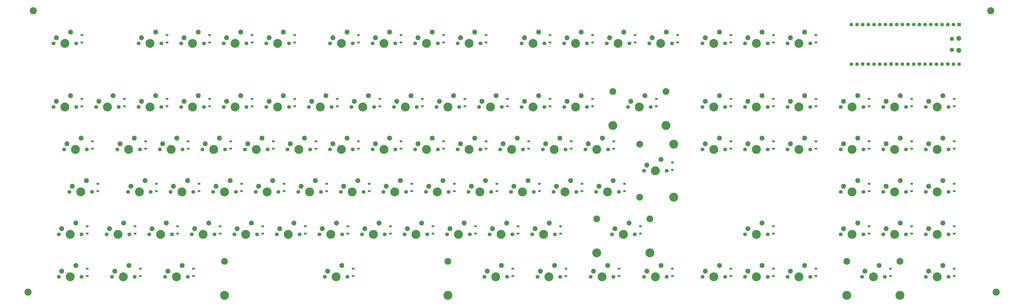
<source format=gbr>
%TF.GenerationSoftware,KiCad,Pcbnew,9.0.6*%
%TF.CreationDate,2026-01-11T11:58:47+00:00*%
%TF.ProjectId,keebv3,6b656562-7633-42e6-9b69-6361645f7063,rev?*%
%TF.SameCoordinates,Original*%
%TF.FileFunction,Soldermask,Bot*%
%TF.FilePolarity,Negative*%
%FSLAX46Y46*%
G04 Gerber Fmt 4.6, Leading zero omitted, Abs format (unit mm)*
G04 Created by KiCad (PCBNEW 9.0.6) date 2026-01-11 11:58:47*
%MOMM*%
%LPD*%
G01*
G04 APERTURE LIST*
G04 Aperture macros list*
%AMRoundRect*
0 Rectangle with rounded corners*
0 $1 Rounding radius*
0 $2 $3 $4 $5 $6 $7 $8 $9 X,Y pos of 4 corners*
0 Add a 4 corners polygon primitive as box body*
4,1,4,$2,$3,$4,$5,$6,$7,$8,$9,$2,$3,0*
0 Add four circle primitives for the rounded corners*
1,1,$1+$1,$2,$3*
1,1,$1+$1,$4,$5*
1,1,$1+$1,$6,$7*
1,1,$1+$1,$8,$9*
0 Add four rect primitives between the rounded corners*
20,1,$1+$1,$2,$3,$4,$5,0*
20,1,$1+$1,$4,$5,$6,$7,0*
20,1,$1+$1,$6,$7,$8,$9,0*
20,1,$1+$1,$8,$9,$2,$3,0*%
%AMFreePoly0*
4,1,37,0.603843,0.796157,0.639018,0.796157,0.711114,0.766294,0.766294,0.711114,0.796157,0.639018,0.796157,0.603843,0.800000,0.600000,0.800000,-0.600000,0.796157,-0.603843,0.796157,-0.639018,0.766294,-0.711114,0.711114,-0.766294,0.639018,-0.796157,0.603843,-0.796157,0.600000,-0.800000,0.000000,-0.800000,0.000000,-0.796148,-0.078414,-0.796148,-0.232228,-0.765552,-0.377117,-0.705537,
-0.507515,-0.618408,-0.618408,-0.507515,-0.705537,-0.377117,-0.765552,-0.232228,-0.796148,-0.078414,-0.796148,0.078414,-0.765552,0.232228,-0.705537,0.377117,-0.618408,0.507515,-0.507515,0.618408,-0.377117,0.705537,-0.232228,0.765552,-0.078414,0.796148,0.000000,0.796148,0.000000,0.800000,0.600000,0.800000,0.603843,0.796157,0.603843,0.796157,$1*%
%AMFreePoly1*
4,1,37,0.000000,0.796148,0.078414,0.796148,0.232228,0.765552,0.377117,0.705537,0.507515,0.618408,0.618408,0.507515,0.705537,0.377117,0.765552,0.232228,0.796148,0.078414,0.796148,-0.078414,0.765552,-0.232228,0.705537,-0.377117,0.618408,-0.507515,0.507515,-0.618408,0.377117,-0.705537,0.232228,-0.765552,0.078414,-0.796148,0.000000,-0.796148,0.000000,-0.800000,-0.600000,-0.800000,
-0.603843,-0.796157,-0.639018,-0.796157,-0.711114,-0.766294,-0.766294,-0.711114,-0.796157,-0.639018,-0.796157,-0.603843,-0.800000,-0.600000,-0.800000,0.600000,-0.796157,0.603843,-0.796157,0.639018,-0.766294,0.711114,-0.711114,0.766294,-0.639018,0.796157,-0.603843,0.796157,-0.600000,0.800000,0.000000,0.800000,0.000000,0.796148,0.000000,0.796148,$1*%
G04 Aperture macros list end*
%ADD10C,1.700000*%
%ADD11C,4.000000*%
%ADD12C,2.200000*%
%ADD13C,3.200000*%
%ADD14C,1.850000*%
%ADD15RoundRect,0.200000X-0.600000X0.600000X-0.600000X-0.600000X0.600000X-0.600000X0.600000X0.600000X0*%
%ADD16C,1.600000*%
%ADD17FreePoly0,270.000000*%
%ADD18FreePoly1,270.000000*%
%ADD19C,3.050000*%
%ADD20RoundRect,0.225000X0.375000X-0.225000X0.375000X0.225000X-0.375000X0.225000X-0.375000X-0.225000X0*%
G04 APERTURE END LIST*
D10*
%TO.C,MX29*%
X259080000Y-71755000D03*
D11*
X264160000Y-71755000D03*
D10*
X269240000Y-71755000D03*
D12*
X266700000Y-66675000D03*
X260350000Y-69215000D03*
%TD*%
D10*
%TO.C,MX10*%
X240030000Y-43180000D03*
D11*
X245110000Y-43180000D03*
D10*
X250190000Y-43180000D03*
D12*
X247650000Y-38100000D03*
X241300000Y-40640000D03*
%TD*%
D10*
%TO.C,MX39*%
X78105000Y-90805000D03*
D11*
X83185000Y-90805000D03*
D10*
X88265000Y-90805000D03*
D12*
X85725000Y-85725000D03*
X79375000Y-88265000D03*
%TD*%
D10*
%TO.C,MX31*%
X320992500Y-71755000D03*
D11*
X326072500Y-71755000D03*
D10*
X331152500Y-71755000D03*
D12*
X328612500Y-66675000D03*
X322262500Y-69215000D03*
%TD*%
D10*
%TO.C,MX72*%
X421005000Y-109855000D03*
D11*
X426085000Y-109855000D03*
D10*
X431165000Y-109855000D03*
D12*
X428625000Y-104775000D03*
X422275000Y-107315000D03*
%TD*%
D13*
%TO.C,H2*%
X21431250Y-28575000D03*
%TD*%
D10*
%TO.C,MX15*%
X340042500Y-43180000D03*
D11*
X345122500Y-43180000D03*
D10*
X350202500Y-43180000D03*
D12*
X347662500Y-38100000D03*
X341312500Y-40640000D03*
%TD*%
D10*
%TO.C,MX48*%
X249555000Y-90805000D03*
D11*
X254635000Y-90805000D03*
D10*
X259715000Y-90805000D03*
D12*
X257175000Y-85725000D03*
X250825000Y-88265000D03*
%TD*%
D10*
%TO.C,MX40*%
X97155000Y-90805000D03*
D11*
X102235000Y-90805000D03*
D10*
X107315000Y-90805000D03*
D12*
X104775000Y-85725000D03*
X98425000Y-88265000D03*
%TD*%
D10*
%TO.C,MX42*%
X135255000Y-90805000D03*
D11*
X140335000Y-90805000D03*
D10*
X145415000Y-90805000D03*
D12*
X142875000Y-85725000D03*
X136525000Y-88265000D03*
%TD*%
D10*
%TO.C,MX24*%
X163830000Y-71755000D03*
D11*
X168910000Y-71755000D03*
D10*
X173990000Y-71755000D03*
D12*
X171450000Y-66675000D03*
X165100000Y-69215000D03*
%TD*%
D13*
%TO.C,H1*%
X19050000Y-154781250D03*
%TD*%
D10*
%TO.C,MX4*%
X106680000Y-43180000D03*
D11*
X111760000Y-43180000D03*
D10*
X116840000Y-43180000D03*
D12*
X114300000Y-38100000D03*
X107950000Y-40640000D03*
%TD*%
D10*
%TO.C,MX95*%
X247173750Y-147955000D03*
D11*
X252253750Y-147955000D03*
D10*
X257333750Y-147955000D03*
D12*
X254793750Y-142875000D03*
X248443750Y-145415000D03*
%TD*%
D10*
%TO.C,MX35*%
X401955000Y-71755000D03*
D11*
X407035000Y-71755000D03*
D10*
X412115000Y-71755000D03*
D12*
X409575000Y-66675000D03*
X403225000Y-69215000D03*
%TD*%
%TO.C,A1*%
X435720000Y-40905000D03*
D14*
X432690000Y-41205000D03*
X432690000Y-46055000D03*
D12*
X435720000Y-46355000D03*
D15*
X435850000Y-34740000D03*
D16*
X433310000Y-34740000D03*
D17*
X430770000Y-34740000D03*
D16*
X428230000Y-34740000D03*
X425690000Y-34740000D03*
X423150000Y-34740000D03*
X420610000Y-34740000D03*
D17*
X418070000Y-34740000D03*
D16*
X415530000Y-34740000D03*
X412990000Y-34740000D03*
X410450000Y-34740000D03*
X407910000Y-34740000D03*
D17*
X405370000Y-34740000D03*
D16*
X402830000Y-34740000D03*
X400290000Y-34740000D03*
X397750000Y-34740000D03*
X395210000Y-34740000D03*
D17*
X392670000Y-34740000D03*
D16*
X390130000Y-34740000D03*
X387590000Y-34740000D03*
X387590000Y-52520000D03*
X390130000Y-52520000D03*
D18*
X392670000Y-52520000D03*
D16*
X395210000Y-52520000D03*
X397750000Y-52520000D03*
X400290000Y-52520000D03*
X402830000Y-52520000D03*
D18*
X405370000Y-52520000D03*
D16*
X407910000Y-52520000D03*
X410450000Y-52520000D03*
X412990000Y-52520000D03*
X415530000Y-52520000D03*
D18*
X418070000Y-52520000D03*
D16*
X420610000Y-52520000D03*
X423150000Y-52520000D03*
X425690000Y-52520000D03*
X428230000Y-52520000D03*
D18*
X430770000Y-52520000D03*
D16*
X433310000Y-52520000D03*
X435850000Y-52520000D03*
%TD*%
D10*
%TO.C,MX89*%
X421005000Y-128905000D03*
D11*
X426085000Y-128905000D03*
D10*
X431165000Y-128905000D03*
D12*
X428625000Y-123825000D03*
X422275000Y-126365000D03*
%TD*%
D10*
%TO.C,MX75*%
X73342500Y-128905000D03*
D11*
X78422500Y-128905000D03*
D10*
X83502500Y-128905000D03*
D12*
X80962500Y-123825000D03*
X74612500Y-126365000D03*
%TD*%
D10*
%TO.C,MX63*%
X159067500Y-109855000D03*
D11*
X164147500Y-109855000D03*
D10*
X169227500Y-109855000D03*
D12*
X166687500Y-104775000D03*
X160337500Y-107315000D03*
%TD*%
D10*
%TO.C,MX46*%
X211455000Y-90805000D03*
D11*
X216535000Y-90805000D03*
D10*
X221615000Y-90805000D03*
D12*
X219075000Y-85725000D03*
X212725000Y-88265000D03*
%TD*%
D10*
%TO.C,MX91*%
X56673750Y-147955000D03*
D11*
X61753750Y-147955000D03*
D10*
X66833750Y-147955000D03*
D12*
X64293750Y-142875000D03*
X57943750Y-145415000D03*
%TD*%
D10*
%TO.C,MX23*%
X144780000Y-71755000D03*
D11*
X149860000Y-71755000D03*
D10*
X154940000Y-71755000D03*
D12*
X152400000Y-66675000D03*
X146050000Y-69215000D03*
%TD*%
D10*
%TO.C,MX1*%
X30480000Y-43180000D03*
D11*
X35560000Y-43180000D03*
D10*
X40640000Y-43180000D03*
D12*
X38100000Y-38100000D03*
X31750000Y-40640000D03*
%TD*%
D10*
%TO.C,MX5*%
X125730000Y-43180000D03*
D11*
X130810000Y-43180000D03*
D10*
X135890000Y-43180000D03*
D12*
X133350000Y-38100000D03*
X127000000Y-40640000D03*
%TD*%
D10*
%TO.C,MX98*%
X320992500Y-147955000D03*
D11*
X326072500Y-147955000D03*
D10*
X331152500Y-147955000D03*
D12*
X328612500Y-142875000D03*
X322262500Y-145415000D03*
%TD*%
D10*
%TO.C,MX22*%
X125730000Y-71755000D03*
D11*
X130810000Y-71755000D03*
D10*
X135890000Y-71755000D03*
D12*
X133350000Y-66675000D03*
X127000000Y-69215000D03*
%TD*%
D10*
%TO.C,MX17*%
X30480000Y-71755000D03*
D11*
X35560000Y-71755000D03*
D10*
X40640000Y-71755000D03*
D12*
X38100000Y-66675000D03*
X31750000Y-69215000D03*
%TD*%
D10*
%TO.C,MX62*%
X140017500Y-109855000D03*
D11*
X145097500Y-109855000D03*
D10*
X150177500Y-109855000D03*
D12*
X147637500Y-104775000D03*
X141287500Y-107315000D03*
%TD*%
D10*
%TO.C,MX78*%
X130492500Y-128905000D03*
D11*
X135572500Y-128905000D03*
D10*
X140652500Y-128905000D03*
D12*
X138112500Y-123825000D03*
X131762500Y-126365000D03*
%TD*%
D10*
%TO.C,MX74*%
X54292500Y-128905000D03*
D11*
X59372500Y-128905000D03*
D10*
X64452500Y-128905000D03*
D12*
X61912500Y-123825000D03*
X55562500Y-126365000D03*
%TD*%
D19*
%TO.C,MX93*%
X107003750Y-140955000D03*
D11*
X107003750Y-156195000D03*
D10*
X151923750Y-147955000D03*
D11*
X157003750Y-147955000D03*
D10*
X162083750Y-147955000D03*
D19*
X207003750Y-140955000D03*
D11*
X207003750Y-156195000D03*
D12*
X159543750Y-142875000D03*
X153193750Y-145415000D03*
%TD*%
D10*
%TO.C,MX25*%
X182880000Y-71755000D03*
D11*
X187960000Y-71755000D03*
D10*
X193040000Y-71755000D03*
D12*
X190500000Y-66675000D03*
X184150000Y-69215000D03*
%TD*%
D10*
%TO.C,MX55*%
X401955000Y-90805000D03*
D11*
X407035000Y-90805000D03*
D10*
X412115000Y-90805000D03*
D12*
X409575000Y-85725000D03*
X403225000Y-88265000D03*
%TD*%
D10*
%TO.C,MX59*%
X82867500Y-109855000D03*
D11*
X87947500Y-109855000D03*
D10*
X93027500Y-109855000D03*
D12*
X90487500Y-104775000D03*
X84137500Y-107315000D03*
%TD*%
D10*
%TO.C,MX81*%
X187642500Y-128905000D03*
D11*
X192722500Y-128905000D03*
D10*
X197802500Y-128905000D03*
D12*
X195262500Y-123825000D03*
X188912500Y-126365000D03*
%TD*%
D10*
%TO.C,MX26*%
X201930000Y-71755000D03*
D11*
X207010000Y-71755000D03*
D10*
X212090000Y-71755000D03*
D12*
X209550000Y-66675000D03*
X203200000Y-69215000D03*
%TD*%
D10*
%TO.C,MX79*%
X149542500Y-128905000D03*
D11*
X154622500Y-128905000D03*
D10*
X159702500Y-128905000D03*
D12*
X157162500Y-123825000D03*
X150812500Y-126365000D03*
%TD*%
D10*
%TO.C,MX11*%
X259080000Y-43180000D03*
D11*
X264160000Y-43180000D03*
D10*
X269240000Y-43180000D03*
D12*
X266700000Y-38100000D03*
X260350000Y-40640000D03*
%TD*%
D10*
%TO.C,MX32*%
X340042500Y-71755000D03*
D11*
X345122500Y-71755000D03*
D10*
X350202500Y-71755000D03*
D12*
X347662500Y-66675000D03*
X341312500Y-69215000D03*
%TD*%
D10*
%TO.C,MX49*%
X268605000Y-90805000D03*
D11*
X273685000Y-90805000D03*
D10*
X278765000Y-90805000D03*
D12*
X276225000Y-85725000D03*
X269875000Y-88265000D03*
%TD*%
D10*
%TO.C,MX27*%
X220980000Y-71755000D03*
D11*
X226060000Y-71755000D03*
D10*
X231140000Y-71755000D03*
D12*
X228600000Y-66675000D03*
X222250000Y-69215000D03*
%TD*%
D10*
%TO.C,MX44*%
X173355000Y-90805000D03*
D11*
X178435000Y-90805000D03*
D10*
X183515000Y-90805000D03*
D12*
X180975000Y-85725000D03*
X174625000Y-88265000D03*
%TD*%
D10*
%TO.C,MX41*%
X116205000Y-90805000D03*
D11*
X121285000Y-90805000D03*
D10*
X126365000Y-90805000D03*
D12*
X123825000Y-85725000D03*
X117475000Y-88265000D03*
%TD*%
D10*
%TO.C,MX96*%
X270986250Y-147955000D03*
D11*
X276066250Y-147955000D03*
D10*
X281146250Y-147955000D03*
D12*
X278606250Y-142875000D03*
X272256250Y-145415000D03*
%TD*%
D10*
%TO.C,MX86*%
X340042500Y-128905000D03*
D11*
X345122500Y-128905000D03*
D10*
X350202500Y-128905000D03*
D12*
X347662500Y-123825000D03*
X341312500Y-126365000D03*
%TD*%
D19*
%TO.C,MX85*%
X273691250Y-121905000D03*
D11*
X273691250Y-137145000D03*
D10*
X280511250Y-128905000D03*
D11*
X285591250Y-128905000D03*
D10*
X290671250Y-128905000D03*
D19*
X297491250Y-121905000D03*
D11*
X297491250Y-137145000D03*
D12*
X288131250Y-123825000D03*
X281781250Y-126365000D03*
%TD*%
D10*
%TO.C,MX71*%
X401955000Y-109855000D03*
D11*
X407035000Y-109855000D03*
D10*
X412115000Y-109855000D03*
D12*
X409575000Y-104775000D03*
X403225000Y-107315000D03*
%TD*%
D19*
%TO.C,MX101*%
X385610000Y-140955000D03*
D11*
X385610000Y-156195000D03*
D10*
X392430000Y-147955000D03*
D11*
X397510000Y-147955000D03*
D10*
X402590000Y-147955000D03*
D19*
X409410000Y-140955000D03*
D11*
X409410000Y-156195000D03*
D12*
X400050000Y-142875000D03*
X393700000Y-145415000D03*
%TD*%
D10*
%TO.C,MX64*%
X178117500Y-109855000D03*
D11*
X183197500Y-109855000D03*
D10*
X188277500Y-109855000D03*
D12*
X185737500Y-104775000D03*
X179387500Y-107315000D03*
%TD*%
D10*
%TO.C,MX56*%
X421005000Y-90805000D03*
D11*
X426085000Y-90805000D03*
D10*
X431165000Y-90805000D03*
D12*
X428625000Y-85725000D03*
X422275000Y-88265000D03*
%TD*%
D10*
%TO.C,MX18*%
X49530000Y-71755000D03*
D11*
X54610000Y-71755000D03*
D10*
X59690000Y-71755000D03*
D12*
X57150000Y-66675000D03*
X50800000Y-69215000D03*
%TD*%
D10*
%TO.C,MX80*%
X168592500Y-128905000D03*
D11*
X173672500Y-128905000D03*
D10*
X178752500Y-128905000D03*
D12*
X176212500Y-123825000D03*
X169862500Y-126365000D03*
%TD*%
D10*
%TO.C,MX6*%
X154305000Y-43180000D03*
D11*
X159385000Y-43180000D03*
D10*
X164465000Y-43180000D03*
D12*
X161925000Y-38100000D03*
X155575000Y-40640000D03*
%TD*%
D10*
%TO.C,MX53*%
X359092500Y-90805000D03*
D11*
X364172500Y-90805000D03*
D10*
X369252500Y-90805000D03*
D12*
X366712500Y-85725000D03*
X360362500Y-88265000D03*
%TD*%
D10*
%TO.C,MX12*%
X278130000Y-43180000D03*
D11*
X283210000Y-43180000D03*
D10*
X288290000Y-43180000D03*
D12*
X285750000Y-38100000D03*
X279400000Y-40640000D03*
%TD*%
D10*
%TO.C,MX94*%
X223361250Y-147955000D03*
D11*
X228441250Y-147955000D03*
D10*
X233521250Y-147955000D03*
D12*
X230981250Y-142875000D03*
X224631250Y-145415000D03*
%TD*%
D19*
%TO.C,MX30*%
X280835000Y-64755000D03*
D11*
X280835000Y-79995000D03*
D10*
X287655000Y-71755000D03*
D11*
X292735000Y-71755000D03*
D10*
X297815000Y-71755000D03*
D19*
X304635000Y-64755000D03*
D11*
X304635000Y-79995000D03*
D12*
X295275000Y-66675000D03*
X288925000Y-69215000D03*
%TD*%
D10*
%TO.C,MX47*%
X230505000Y-90805000D03*
D11*
X235585000Y-90805000D03*
D10*
X240665000Y-90805000D03*
D12*
X238125000Y-85725000D03*
X231775000Y-88265000D03*
%TD*%
D10*
%TO.C,MX82*%
X206692500Y-128905000D03*
D11*
X211772500Y-128905000D03*
D10*
X216852500Y-128905000D03*
D12*
X214312500Y-123825000D03*
X207962500Y-126365000D03*
%TD*%
D19*
%TO.C,MX50*%
X292878750Y-88430000D03*
X292878750Y-112230000D03*
D10*
X294798750Y-100330000D03*
D11*
X299878750Y-100330000D03*
D10*
X304958750Y-100330000D03*
D11*
X308118750Y-88430000D03*
X308118750Y-112230000D03*
D12*
X302418750Y-95250000D03*
X296068750Y-97790000D03*
%TD*%
D10*
%TO.C,MX73*%
X32861250Y-128905000D03*
D11*
X37941250Y-128905000D03*
D10*
X43021250Y-128905000D03*
D12*
X40481250Y-123825000D03*
X34131250Y-126365000D03*
%TD*%
D10*
%TO.C,MX92*%
X80486250Y-147955000D03*
D11*
X85566250Y-147955000D03*
D10*
X90646250Y-147955000D03*
D12*
X88106250Y-142875000D03*
X81756250Y-145415000D03*
%TD*%
D10*
%TO.C,MX69*%
X273367500Y-109855000D03*
D11*
X278447500Y-109855000D03*
D10*
X283527500Y-109855000D03*
D12*
X280987500Y-104775000D03*
X274637500Y-107315000D03*
%TD*%
D10*
%TO.C,MX37*%
X35242500Y-90805000D03*
D11*
X40322500Y-90805000D03*
D10*
X45402500Y-90805000D03*
D12*
X42862500Y-85725000D03*
X36512500Y-88265000D03*
%TD*%
D10*
%TO.C,MX60*%
X101917500Y-109855000D03*
D11*
X106997500Y-109855000D03*
D10*
X112077500Y-109855000D03*
D12*
X109537500Y-104775000D03*
X103187500Y-107315000D03*
%TD*%
D10*
%TO.C,MX77*%
X111442500Y-128905000D03*
D11*
X116522500Y-128905000D03*
D10*
X121602500Y-128905000D03*
D12*
X119062500Y-123825000D03*
X112712500Y-126365000D03*
%TD*%
D10*
%TO.C,MX52*%
X340042500Y-90805000D03*
D11*
X345122500Y-90805000D03*
D10*
X350202500Y-90805000D03*
D12*
X347662500Y-85725000D03*
X341312500Y-88265000D03*
%TD*%
D13*
%TO.C,H4*%
X452437500Y-154781250D03*
%TD*%
D10*
%TO.C,MX28*%
X240030000Y-71755000D03*
D11*
X245110000Y-71755000D03*
D10*
X250190000Y-71755000D03*
D12*
X247650000Y-66675000D03*
X241300000Y-69215000D03*
%TD*%
D10*
%TO.C,MX97*%
X294798750Y-147955000D03*
D11*
X299878750Y-147955000D03*
D10*
X304958750Y-147955000D03*
D12*
X302418750Y-142875000D03*
X296068750Y-145415000D03*
%TD*%
D10*
%TO.C,MX76*%
X92392500Y-128905000D03*
D11*
X97472500Y-128905000D03*
D10*
X102552500Y-128905000D03*
D12*
X100012500Y-123825000D03*
X93662500Y-126365000D03*
%TD*%
D10*
%TO.C,MX8*%
X192405000Y-43180000D03*
D11*
X197485000Y-43180000D03*
D10*
X202565000Y-43180000D03*
D12*
X200025000Y-38100000D03*
X193675000Y-40640000D03*
%TD*%
D10*
%TO.C,MX2*%
X68580000Y-43180000D03*
D11*
X73660000Y-43180000D03*
D10*
X78740000Y-43180000D03*
D12*
X76200000Y-38100000D03*
X69850000Y-40640000D03*
%TD*%
D10*
%TO.C,MX43*%
X154305000Y-90805000D03*
D11*
X159385000Y-90805000D03*
D10*
X164465000Y-90805000D03*
D12*
X161925000Y-85725000D03*
X155575000Y-88265000D03*
%TD*%
D10*
%TO.C,MX33*%
X359092500Y-71755000D03*
D11*
X364172500Y-71755000D03*
D10*
X369252500Y-71755000D03*
D12*
X366712500Y-66675000D03*
X360362500Y-69215000D03*
%TD*%
D10*
%TO.C,MX58*%
X63817500Y-109855000D03*
D11*
X68897500Y-109855000D03*
D10*
X73977500Y-109855000D03*
D12*
X71437500Y-104775000D03*
X65087500Y-107315000D03*
%TD*%
D10*
%TO.C,MX61*%
X120967500Y-109855000D03*
D11*
X126047500Y-109855000D03*
D10*
X131127500Y-109855000D03*
D12*
X128587500Y-104775000D03*
X122237500Y-107315000D03*
%TD*%
D13*
%TO.C,H3*%
X450056250Y-28575000D03*
%TD*%
D10*
%TO.C,MX88*%
X401955000Y-128905000D03*
D11*
X407035000Y-128905000D03*
D10*
X412115000Y-128905000D03*
D12*
X409575000Y-123825000D03*
X403225000Y-126365000D03*
%TD*%
D10*
%TO.C,MX99*%
X340042500Y-147955000D03*
D11*
X345122500Y-147955000D03*
D10*
X350202500Y-147955000D03*
D12*
X347662500Y-142875000D03*
X341312500Y-145415000D03*
%TD*%
D10*
%TO.C,MX66*%
X216217500Y-109855000D03*
D11*
X221297500Y-109855000D03*
D10*
X226377500Y-109855000D03*
D12*
X223837500Y-104775000D03*
X217487500Y-107315000D03*
%TD*%
D10*
%TO.C,MX38*%
X59055000Y-90805000D03*
D11*
X64135000Y-90805000D03*
D10*
X69215000Y-90805000D03*
D12*
X66675000Y-85725000D03*
X60325000Y-88265000D03*
%TD*%
D10*
%TO.C,MX70*%
X382905000Y-109855000D03*
D11*
X387985000Y-109855000D03*
D10*
X393065000Y-109855000D03*
D12*
X390525000Y-104775000D03*
X384175000Y-107315000D03*
%TD*%
D10*
%TO.C,MX16*%
X359092500Y-43180000D03*
D11*
X364172500Y-43180000D03*
D10*
X369252500Y-43180000D03*
D12*
X366712500Y-38100000D03*
X360362500Y-40640000D03*
%TD*%
D10*
%TO.C,MX20*%
X87630000Y-71755000D03*
D11*
X92710000Y-71755000D03*
D10*
X97790000Y-71755000D03*
D12*
X95250000Y-66675000D03*
X88900000Y-69215000D03*
%TD*%
D10*
%TO.C,MX83*%
X225742500Y-128905000D03*
D11*
X230822500Y-128905000D03*
D10*
X235902500Y-128905000D03*
D12*
X233362500Y-123825000D03*
X227012500Y-126365000D03*
%TD*%
D10*
%TO.C,MX102*%
X421005000Y-147955000D03*
D11*
X426085000Y-147955000D03*
D10*
X431165000Y-147955000D03*
D12*
X428625000Y-142875000D03*
X422275000Y-145415000D03*
%TD*%
D10*
%TO.C,MX90*%
X32861250Y-147955000D03*
D11*
X37941250Y-147955000D03*
D10*
X43021250Y-147955000D03*
D12*
X40481250Y-142875000D03*
X34131250Y-145415000D03*
%TD*%
D10*
%TO.C,MX100*%
X359092500Y-147955000D03*
D11*
X364172500Y-147955000D03*
D10*
X369252500Y-147955000D03*
D12*
X366712500Y-142875000D03*
X360362500Y-145415000D03*
%TD*%
D10*
%TO.C,MX54*%
X382905000Y-90805000D03*
D11*
X387985000Y-90805000D03*
D10*
X393065000Y-90805000D03*
D12*
X390525000Y-85725000D03*
X384175000Y-88265000D03*
%TD*%
D10*
%TO.C,MX13*%
X297180000Y-43180000D03*
D11*
X302260000Y-43180000D03*
D10*
X307340000Y-43180000D03*
D12*
X304800000Y-38100000D03*
X298450000Y-40640000D03*
%TD*%
D10*
%TO.C,MX34*%
X382905000Y-71755000D03*
D11*
X387985000Y-71755000D03*
D10*
X393065000Y-71755000D03*
D12*
X390525000Y-66675000D03*
X384175000Y-69215000D03*
%TD*%
D10*
%TO.C,MX87*%
X382905000Y-128905000D03*
D11*
X387985000Y-128905000D03*
D10*
X393065000Y-128905000D03*
D12*
X390525000Y-123825000D03*
X384175000Y-126365000D03*
%TD*%
D10*
%TO.C,MX3*%
X87630000Y-43180000D03*
D11*
X92710000Y-43180000D03*
D10*
X97790000Y-43180000D03*
D12*
X95250000Y-38100000D03*
X88900000Y-40640000D03*
%TD*%
D10*
%TO.C,MX67*%
X235267500Y-109855000D03*
D11*
X240347500Y-109855000D03*
D10*
X245427500Y-109855000D03*
D12*
X242887500Y-104775000D03*
X236537500Y-107315000D03*
%TD*%
D10*
%TO.C,MX57*%
X37623750Y-109855000D03*
D11*
X42703750Y-109855000D03*
D10*
X47783750Y-109855000D03*
D12*
X45243750Y-104775000D03*
X38893750Y-107315000D03*
%TD*%
D10*
%TO.C,MX14*%
X320992500Y-43180000D03*
D11*
X326072500Y-43180000D03*
D10*
X331152500Y-43180000D03*
D12*
X328612500Y-38100000D03*
X322262500Y-40640000D03*
%TD*%
D10*
%TO.C,MX68*%
X254317500Y-109855000D03*
D11*
X259397500Y-109855000D03*
D10*
X264477500Y-109855000D03*
D12*
X261937500Y-104775000D03*
X255587500Y-107315000D03*
%TD*%
D10*
%TO.C,MX36*%
X421005000Y-71755000D03*
D11*
X426085000Y-71755000D03*
D10*
X431165000Y-71755000D03*
D12*
X428625000Y-66675000D03*
X422275000Y-69215000D03*
%TD*%
D10*
%TO.C,MX9*%
X211455000Y-43180000D03*
D11*
X216535000Y-43180000D03*
D10*
X221615000Y-43180000D03*
D12*
X219075000Y-38100000D03*
X212725000Y-40640000D03*
%TD*%
D10*
%TO.C,MX21*%
X106680000Y-71755000D03*
D11*
X111760000Y-71755000D03*
D10*
X116840000Y-71755000D03*
D12*
X114300000Y-66675000D03*
X107950000Y-69215000D03*
%TD*%
D10*
%TO.C,MX7*%
X173355000Y-43180000D03*
D11*
X178435000Y-43180000D03*
D10*
X183515000Y-43180000D03*
D12*
X180975000Y-38100000D03*
X174625000Y-40640000D03*
%TD*%
D10*
%TO.C,MX84*%
X244792500Y-128905000D03*
D11*
X249872500Y-128905000D03*
D10*
X254952500Y-128905000D03*
D12*
X252412500Y-123825000D03*
X246062500Y-126365000D03*
%TD*%
D10*
%TO.C,MX45*%
X192405000Y-90805000D03*
D11*
X197485000Y-90805000D03*
D10*
X202565000Y-90805000D03*
D12*
X200025000Y-85725000D03*
X193675000Y-88265000D03*
%TD*%
D10*
%TO.C,MX51*%
X320992500Y-90805000D03*
D11*
X326072500Y-90805000D03*
D10*
X331152500Y-90805000D03*
D12*
X328612500Y-85725000D03*
X322262500Y-88265000D03*
%TD*%
D10*
%TO.C,MX65*%
X197167500Y-109855000D03*
D11*
X202247500Y-109855000D03*
D10*
X207327500Y-109855000D03*
D12*
X204787500Y-104775000D03*
X198437500Y-107315000D03*
%TD*%
D10*
%TO.C,MX19*%
X68580000Y-71755000D03*
D11*
X73660000Y-71755000D03*
D10*
X78740000Y-71755000D03*
D12*
X76200000Y-66675000D03*
X69850000Y-69215000D03*
%TD*%
D20*
%TO.C,D7*%
X186055000Y-42780000D03*
X186055000Y-39480000D03*
%TD*%
%TO.C,D29*%
X271780000Y-71355000D03*
X271780000Y-68055000D03*
%TD*%
%TO.C,D11*%
X271780000Y-42780000D03*
X271780000Y-39480000D03*
%TD*%
%TO.C,D81*%
X200342500Y-128505000D03*
X200342500Y-125205000D03*
%TD*%
%TO.C,D10*%
X252730000Y-42780000D03*
X252730000Y-39480000D03*
%TD*%
%TO.C,D5*%
X138430000Y-42780000D03*
X138430000Y-39480000D03*
%TD*%
%TO.C,D61*%
X133667500Y-109455000D03*
X133667500Y-106155000D03*
%TD*%
%TO.C,D44*%
X186055000Y-90405000D03*
X186055000Y-87105000D03*
%TD*%
%TO.C,D35*%
X414655000Y-71355000D03*
X414655000Y-68055000D03*
%TD*%
%TO.C,D31*%
X333692500Y-71355000D03*
X333692500Y-68055000D03*
%TD*%
%TO.C,D16*%
X371792500Y-42780000D03*
X371792500Y-39480000D03*
%TD*%
%TO.C,D23*%
X157480000Y-71355000D03*
X157480000Y-68055000D03*
%TD*%
%TO.C,D97*%
X307498750Y-147555000D03*
X307498750Y-144255000D03*
%TD*%
%TO.C,D6*%
X167005000Y-42780000D03*
X167005000Y-39480000D03*
%TD*%
%TO.C,D18*%
X62230000Y-71355000D03*
X62230000Y-68055000D03*
%TD*%
%TO.C,D21*%
X119380000Y-71355000D03*
X119380000Y-68055000D03*
%TD*%
%TO.C,D2*%
X81280000Y-42780000D03*
X81280000Y-39480000D03*
%TD*%
%TO.C,D82*%
X219392500Y-128505000D03*
X219392500Y-125205000D03*
%TD*%
%TO.C,D36*%
X433705000Y-71355000D03*
X433705000Y-68055000D03*
%TD*%
%TO.C,D64*%
X190817500Y-109455000D03*
X190817500Y-106155000D03*
%TD*%
%TO.C,D73*%
X45561250Y-128505000D03*
X45561250Y-125205000D03*
%TD*%
%TO.C,D43*%
X167005000Y-90405000D03*
X167005000Y-87105000D03*
%TD*%
%TO.C,D45*%
X205105000Y-90405000D03*
X205105000Y-87105000D03*
%TD*%
%TO.C,D76*%
X105092500Y-128505000D03*
X105092500Y-125205000D03*
%TD*%
%TO.C,D74*%
X66992500Y-128505000D03*
X66992500Y-125205000D03*
%TD*%
%TO.C,D26*%
X214630000Y-71355000D03*
X214630000Y-68055000D03*
%TD*%
%TO.C,D39*%
X90805000Y-90405000D03*
X90805000Y-87105000D03*
%TD*%
%TO.C,D4*%
X119380000Y-42780000D03*
X119380000Y-39480000D03*
%TD*%
%TO.C,D96*%
X283686250Y-147555000D03*
X283686250Y-144255000D03*
%TD*%
%TO.C,D70*%
X395605000Y-109455000D03*
X395605000Y-106155000D03*
%TD*%
%TO.C,D17*%
X43180000Y-71355000D03*
X43180000Y-68055000D03*
%TD*%
%TO.C,D88*%
X414655000Y-128505000D03*
X414655000Y-125205000D03*
%TD*%
%TO.C,D25*%
X195580000Y-71355000D03*
X195580000Y-68055000D03*
%TD*%
%TO.C,D62*%
X152717500Y-109455000D03*
X152717500Y-106155000D03*
%TD*%
%TO.C,D58*%
X76517500Y-109455000D03*
X76517500Y-106155000D03*
%TD*%
%TO.C,D46*%
X224155000Y-90405000D03*
X224155000Y-87105000D03*
%TD*%
%TO.C,D14*%
X333692500Y-42780000D03*
X333692500Y-39480000D03*
%TD*%
%TO.C,D63*%
X171767500Y-109455000D03*
X171767500Y-106155000D03*
%TD*%
%TO.C,D50*%
X307498750Y-99930000D03*
X307498750Y-96630000D03*
%TD*%
%TO.C,D93*%
X164623750Y-147555000D03*
X164623750Y-144255000D03*
%TD*%
%TO.C,D47*%
X243205000Y-90405000D03*
X243205000Y-87105000D03*
%TD*%
%TO.C,D55*%
X414655000Y-90405000D03*
X414655000Y-87105000D03*
%TD*%
%TO.C,D60*%
X114617500Y-109455000D03*
X114617500Y-106155000D03*
%TD*%
%TO.C,D65*%
X209867500Y-109455000D03*
X209867500Y-106155000D03*
%TD*%
%TO.C,D86*%
X352742500Y-128505000D03*
X352742500Y-125205000D03*
%TD*%
%TO.C,D56*%
X433705000Y-90405000D03*
X433705000Y-87105000D03*
%TD*%
%TO.C,D72*%
X433705000Y-109455000D03*
X433705000Y-106155000D03*
%TD*%
%TO.C,D78*%
X143192500Y-128505000D03*
X143192500Y-125205000D03*
%TD*%
%TO.C,D102*%
X433705000Y-147555000D03*
X433705000Y-144255000D03*
%TD*%
%TO.C,D1*%
X43180000Y-42780000D03*
X43180000Y-39480000D03*
%TD*%
%TO.C,D75*%
X86042500Y-128505000D03*
X86042500Y-125205000D03*
%TD*%
%TO.C,D83*%
X238442500Y-128505000D03*
X238442500Y-125205000D03*
%TD*%
%TO.C,D84*%
X257492500Y-128505000D03*
X257492500Y-125205000D03*
%TD*%
%TO.C,D101*%
X405130000Y-147555000D03*
X405130000Y-144255000D03*
%TD*%
%TO.C,D69*%
X286067500Y-109455000D03*
X286067500Y-106155000D03*
%TD*%
%TO.C,D89*%
X433705000Y-128505000D03*
X433705000Y-125205000D03*
%TD*%
%TO.C,D94*%
X236061250Y-147555000D03*
X236061250Y-144255000D03*
%TD*%
%TO.C,D79*%
X162242500Y-128505000D03*
X162242500Y-125205000D03*
%TD*%
%TO.C,D12*%
X290830000Y-42780000D03*
X290830000Y-39480000D03*
%TD*%
%TO.C,D53*%
X371792500Y-90405000D03*
X371792500Y-87105000D03*
%TD*%
%TO.C,D52*%
X352742500Y-90405000D03*
X352742500Y-87105000D03*
%TD*%
%TO.C,D32*%
X352742500Y-71355000D03*
X352742500Y-68055000D03*
%TD*%
%TO.C,D68*%
X267017500Y-109455000D03*
X267017500Y-106155000D03*
%TD*%
%TO.C,D48*%
X262255000Y-90405000D03*
X262255000Y-87105000D03*
%TD*%
%TO.C,D87*%
X395605000Y-128505000D03*
X395605000Y-125205000D03*
%TD*%
%TO.C,D41*%
X128905000Y-90405000D03*
X128905000Y-87105000D03*
%TD*%
%TO.C,D19*%
X81280000Y-71355000D03*
X81280000Y-68055000D03*
%TD*%
%TO.C,D100*%
X371792500Y-147555000D03*
X371792500Y-144255000D03*
%TD*%
%TO.C,D91*%
X69373750Y-147555000D03*
X69373750Y-144255000D03*
%TD*%
%TO.C,D98*%
X333692500Y-147555000D03*
X333692500Y-144255000D03*
%TD*%
%TO.C,D38*%
X71755000Y-90405000D03*
X71755000Y-87105000D03*
%TD*%
%TO.C,D80*%
X181292500Y-128505000D03*
X181292500Y-125205000D03*
%TD*%
%TO.C,D20*%
X100330000Y-71355000D03*
X100330000Y-68055000D03*
%TD*%
%TO.C,D66*%
X228917500Y-109455000D03*
X228917500Y-106155000D03*
%TD*%
%TO.C,D37*%
X47942500Y-90405000D03*
X47942500Y-87105000D03*
%TD*%
%TO.C,D28*%
X252730000Y-71355000D03*
X252730000Y-68055000D03*
%TD*%
%TO.C,D24*%
X176530000Y-71355000D03*
X176530000Y-68055000D03*
%TD*%
%TO.C,D27*%
X233680000Y-71355000D03*
X233680000Y-68055000D03*
%TD*%
%TO.C,D40*%
X109855000Y-90405000D03*
X109855000Y-87105000D03*
%TD*%
%TO.C,D57*%
X50323750Y-109455000D03*
X50323750Y-106155000D03*
%TD*%
%TO.C,D49*%
X281305000Y-90405000D03*
X281305000Y-87105000D03*
%TD*%
%TO.C,D22*%
X138430000Y-71355000D03*
X138430000Y-68055000D03*
%TD*%
%TO.C,D33*%
X371792500Y-71355000D03*
X371792500Y-68055000D03*
%TD*%
%TO.C,D59*%
X95567500Y-109455000D03*
X95567500Y-106155000D03*
%TD*%
%TO.C,D42*%
X147955000Y-90405000D03*
X147955000Y-87105000D03*
%TD*%
%TO.C,D34*%
X395605000Y-71355000D03*
X395605000Y-68055000D03*
%TD*%
%TO.C,D95*%
X259873750Y-147555000D03*
X259873750Y-144255000D03*
%TD*%
%TO.C,D77*%
X124142500Y-128505000D03*
X124142500Y-125205000D03*
%TD*%
%TO.C,D30*%
X300355000Y-71355000D03*
X300355000Y-68055000D03*
%TD*%
%TO.C,D54*%
X395605000Y-90405000D03*
X395605000Y-87105000D03*
%TD*%
%TO.C,D8*%
X205105000Y-42780000D03*
X205105000Y-39480000D03*
%TD*%
%TO.C,D71*%
X414655000Y-109455000D03*
X414655000Y-106155000D03*
%TD*%
%TO.C,D3*%
X100330000Y-42780000D03*
X100330000Y-39480000D03*
%TD*%
%TO.C,D15*%
X352742500Y-42780000D03*
X352742500Y-39480000D03*
%TD*%
%TO.C,D51*%
X333692500Y-90405000D03*
X333692500Y-87105000D03*
%TD*%
%TO.C,D13*%
X309880000Y-42780000D03*
X309880000Y-39480000D03*
%TD*%
%TO.C,D85*%
X293211250Y-128505000D03*
X293211250Y-125205000D03*
%TD*%
%TO.C,D99*%
X352742500Y-147555000D03*
X352742500Y-144255000D03*
%TD*%
%TO.C,D90*%
X45561250Y-147555000D03*
X45561250Y-144255000D03*
%TD*%
%TO.C,D92*%
X93186250Y-147555000D03*
X93186250Y-144255000D03*
%TD*%
%TO.C,D9*%
X224155000Y-42780000D03*
X224155000Y-39480000D03*
%TD*%
%TO.C,D67*%
X247967500Y-109455000D03*
X247967500Y-106155000D03*
%TD*%
M02*

</source>
